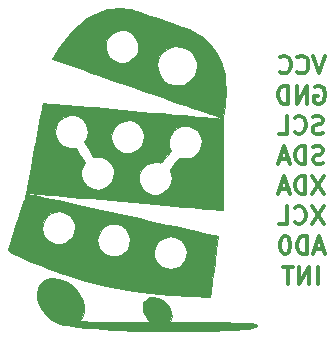
<source format=gbo>
G04 #@! TF.FileFunction,Legend,Bot*
%FSLAX46Y46*%
G04 Gerber Fmt 4.6, Leading zero omitted, Abs format (unit mm)*
G04 Created by KiCad (PCBNEW 4.0.4-stable) date Fri Nov  4 09:48:08 2016*
%MOMM*%
%LPD*%
G01*
G04 APERTURE LIST*
%ADD10C,0.100000*%
%ADD11C,0.300000*%
%ADD12C,0.010000*%
%ADD13C,2.032000*%
%ADD14R,1.727200X2.032000*%
%ADD15O,1.727200X2.032000*%
%ADD16R,2.032000X1.727200*%
%ADD17O,2.032000X1.727200*%
G04 APERTURE END LIST*
D10*
D11*
X179800000Y-113853571D02*
X179300000Y-115353571D01*
X178800000Y-113853571D01*
X177442857Y-115210714D02*
X177514286Y-115282143D01*
X177728572Y-115353571D01*
X177871429Y-115353571D01*
X178085714Y-115282143D01*
X178228572Y-115139286D01*
X178300000Y-114996429D01*
X178371429Y-114710714D01*
X178371429Y-114496429D01*
X178300000Y-114210714D01*
X178228572Y-114067857D01*
X178085714Y-113925000D01*
X177871429Y-113853571D01*
X177728572Y-113853571D01*
X177514286Y-113925000D01*
X177442857Y-113996429D01*
X175942857Y-115210714D02*
X176014286Y-115282143D01*
X176228572Y-115353571D01*
X176371429Y-115353571D01*
X176585714Y-115282143D01*
X176728572Y-115139286D01*
X176800000Y-114996429D01*
X176871429Y-114710714D01*
X176871429Y-114496429D01*
X176800000Y-114210714D01*
X176728572Y-114067857D01*
X176585714Y-113925000D01*
X176371429Y-113853571D01*
X176228572Y-113853571D01*
X176014286Y-113925000D01*
X175942857Y-113996429D01*
X178942857Y-116475000D02*
X179085714Y-116403571D01*
X179300000Y-116403571D01*
X179514285Y-116475000D01*
X179657143Y-116617857D01*
X179728571Y-116760714D01*
X179800000Y-117046429D01*
X179800000Y-117260714D01*
X179728571Y-117546429D01*
X179657143Y-117689286D01*
X179514285Y-117832143D01*
X179300000Y-117903571D01*
X179157143Y-117903571D01*
X178942857Y-117832143D01*
X178871428Y-117760714D01*
X178871428Y-117260714D01*
X179157143Y-117260714D01*
X178228571Y-117903571D02*
X178228571Y-116403571D01*
X177371428Y-117903571D01*
X177371428Y-116403571D01*
X176657142Y-117903571D02*
X176657142Y-116403571D01*
X176299999Y-116403571D01*
X176085714Y-116475000D01*
X175942856Y-116617857D01*
X175871428Y-116760714D01*
X175799999Y-117046429D01*
X175799999Y-117260714D01*
X175871428Y-117546429D01*
X175942856Y-117689286D01*
X176085714Y-117832143D01*
X176299999Y-117903571D01*
X176657142Y-117903571D01*
X179585714Y-120382143D02*
X179371428Y-120453571D01*
X179014285Y-120453571D01*
X178871428Y-120382143D01*
X178799999Y-120310714D01*
X178728571Y-120167857D01*
X178728571Y-120025000D01*
X178799999Y-119882143D01*
X178871428Y-119810714D01*
X179014285Y-119739286D01*
X179299999Y-119667857D01*
X179442857Y-119596429D01*
X179514285Y-119525000D01*
X179585714Y-119382143D01*
X179585714Y-119239286D01*
X179514285Y-119096429D01*
X179442857Y-119025000D01*
X179299999Y-118953571D01*
X178942857Y-118953571D01*
X178728571Y-119025000D01*
X177228571Y-120310714D02*
X177300000Y-120382143D01*
X177514286Y-120453571D01*
X177657143Y-120453571D01*
X177871428Y-120382143D01*
X178014286Y-120239286D01*
X178085714Y-120096429D01*
X178157143Y-119810714D01*
X178157143Y-119596429D01*
X178085714Y-119310714D01*
X178014286Y-119167857D01*
X177871428Y-119025000D01*
X177657143Y-118953571D01*
X177514286Y-118953571D01*
X177300000Y-119025000D01*
X177228571Y-119096429D01*
X175871428Y-120453571D02*
X176585714Y-120453571D01*
X176585714Y-118953571D01*
X179621428Y-122932143D02*
X179407142Y-123003571D01*
X179049999Y-123003571D01*
X178907142Y-122932143D01*
X178835713Y-122860714D01*
X178764285Y-122717857D01*
X178764285Y-122575000D01*
X178835713Y-122432143D01*
X178907142Y-122360714D01*
X179049999Y-122289286D01*
X179335713Y-122217857D01*
X179478571Y-122146429D01*
X179549999Y-122075000D01*
X179621428Y-121932143D01*
X179621428Y-121789286D01*
X179549999Y-121646429D01*
X179478571Y-121575000D01*
X179335713Y-121503571D01*
X178978571Y-121503571D01*
X178764285Y-121575000D01*
X178121428Y-123003571D02*
X178121428Y-121503571D01*
X177764285Y-121503571D01*
X177550000Y-121575000D01*
X177407142Y-121717857D01*
X177335714Y-121860714D01*
X177264285Y-122146429D01*
X177264285Y-122360714D01*
X177335714Y-122646429D01*
X177407142Y-122789286D01*
X177550000Y-122932143D01*
X177764285Y-123003571D01*
X178121428Y-123003571D01*
X176692857Y-122575000D02*
X175978571Y-122575000D01*
X176835714Y-123003571D02*
X176335714Y-121503571D01*
X175835714Y-123003571D01*
X179692856Y-124053571D02*
X178692856Y-125553571D01*
X178692856Y-124053571D02*
X179692856Y-125553571D01*
X178121428Y-125553571D02*
X178121428Y-124053571D01*
X177764285Y-124053571D01*
X177550000Y-124125000D01*
X177407142Y-124267857D01*
X177335714Y-124410714D01*
X177264285Y-124696429D01*
X177264285Y-124910714D01*
X177335714Y-125196429D01*
X177407142Y-125339286D01*
X177550000Y-125482143D01*
X177764285Y-125553571D01*
X178121428Y-125553571D01*
X176692857Y-125125000D02*
X175978571Y-125125000D01*
X176835714Y-125553571D02*
X176335714Y-124053571D01*
X175835714Y-125553571D01*
X179657142Y-126603571D02*
X178657142Y-128103571D01*
X178657142Y-126603571D02*
X179657142Y-128103571D01*
X177228571Y-127960714D02*
X177300000Y-128032143D01*
X177514286Y-128103571D01*
X177657143Y-128103571D01*
X177871428Y-128032143D01*
X178014286Y-127889286D01*
X178085714Y-127746429D01*
X178157143Y-127460714D01*
X178157143Y-127246429D01*
X178085714Y-126960714D01*
X178014286Y-126817857D01*
X177871428Y-126675000D01*
X177657143Y-126603571D01*
X177514286Y-126603571D01*
X177300000Y-126675000D01*
X177228571Y-126746429D01*
X175871428Y-128103571D02*
X176585714Y-128103571D01*
X176585714Y-126603571D01*
X179621428Y-130225000D02*
X178907142Y-130225000D01*
X179764285Y-130653571D02*
X179264285Y-129153571D01*
X178764285Y-130653571D01*
X178264285Y-130653571D02*
X178264285Y-129153571D01*
X177907142Y-129153571D01*
X177692857Y-129225000D01*
X177549999Y-129367857D01*
X177478571Y-129510714D01*
X177407142Y-129796429D01*
X177407142Y-130010714D01*
X177478571Y-130296429D01*
X177549999Y-130439286D01*
X177692857Y-130582143D01*
X177907142Y-130653571D01*
X178264285Y-130653571D01*
X176478571Y-129153571D02*
X176335714Y-129153571D01*
X176192857Y-129225000D01*
X176121428Y-129296429D01*
X176049999Y-129439286D01*
X175978571Y-129725000D01*
X175978571Y-130082143D01*
X176049999Y-130367857D01*
X176121428Y-130510714D01*
X176192857Y-130582143D01*
X176335714Y-130653571D01*
X176478571Y-130653571D01*
X176621428Y-130582143D01*
X176692857Y-130510714D01*
X176764285Y-130367857D01*
X176835714Y-130082143D01*
X176835714Y-129725000D01*
X176764285Y-129439286D01*
X176692857Y-129296429D01*
X176621428Y-129225000D01*
X176478571Y-129153571D01*
X179157143Y-133203571D02*
X179157143Y-131703571D01*
X178442857Y-133203571D02*
X178442857Y-131703571D01*
X177585714Y-133203571D01*
X177585714Y-131703571D01*
X177085714Y-131703571D02*
X176228571Y-131703571D01*
X176657142Y-133203571D02*
X176657142Y-131703571D01*
D12*
G36*
X156278043Y-132753412D02*
X156045591Y-132849953D01*
X155843611Y-132997409D01*
X155600128Y-133279296D01*
X155449269Y-133604858D01*
X155385364Y-133962256D01*
X155402739Y-134339655D01*
X155495722Y-134725215D01*
X155658641Y-135107101D01*
X155885825Y-135473473D01*
X156171600Y-135812496D01*
X156510295Y-136112331D01*
X156896237Y-136361141D01*
X157323754Y-136547089D01*
X157579148Y-136619335D01*
X157924282Y-136686586D01*
X158370982Y-136754181D01*
X158907938Y-136821009D01*
X159523837Y-136885958D01*
X160207366Y-136947918D01*
X160947214Y-137005776D01*
X161732068Y-137058420D01*
X162484000Y-137101285D01*
X162766051Y-137112453D01*
X163147591Y-137122138D01*
X163615228Y-137130345D01*
X164155572Y-137137078D01*
X164755231Y-137142342D01*
X165400815Y-137146143D01*
X166078932Y-137148483D01*
X166776193Y-137149369D01*
X167479206Y-137148805D01*
X168174580Y-137146795D01*
X168848924Y-137143344D01*
X169488848Y-137138458D01*
X170080961Y-137132140D01*
X170611871Y-137124396D01*
X171068188Y-137115230D01*
X171436521Y-137104647D01*
X171599778Y-137098084D01*
X172253519Y-137062637D01*
X172797891Y-137021667D01*
X173236305Y-136974625D01*
X173572171Y-136920962D01*
X173808901Y-136860127D01*
X173949904Y-136791570D01*
X173998591Y-136714742D01*
X173998666Y-136711386D01*
X173954541Y-136605788D01*
X173906035Y-136571643D01*
X173785834Y-136540033D01*
X173597921Y-136512750D01*
X173336806Y-136489601D01*
X172996997Y-136470398D01*
X172573004Y-136454949D01*
X172059336Y-136443064D01*
X171450503Y-136434552D01*
X170741013Y-136429224D01*
X169925377Y-136426888D01*
X169729602Y-136426756D01*
X166674093Y-136425778D01*
X166756936Y-136185889D01*
X166811143Y-135900817D01*
X166777155Y-135596277D01*
X166652328Y-135251977D01*
X166628677Y-135201972D01*
X166435972Y-134899789D01*
X166187690Y-134653223D01*
X165901414Y-134466999D01*
X165594729Y-134345842D01*
X165285220Y-134294476D01*
X164990470Y-134317626D01*
X164728065Y-134420018D01*
X164515588Y-134606376D01*
X164498019Y-134629462D01*
X164385649Y-134872740D01*
X164353227Y-135166488D01*
X164396676Y-135485786D01*
X164511919Y-135805712D01*
X164694879Y-136101348D01*
X164749621Y-136167292D01*
X164977149Y-136425778D01*
X163485745Y-136425778D01*
X162977537Y-136424112D01*
X162397634Y-136419453D01*
X161787178Y-136412309D01*
X161187308Y-136403186D01*
X160639165Y-136392593D01*
X160459880Y-136388455D01*
X158925420Y-136351133D01*
X159032997Y-136233233D01*
X159191070Y-136026529D01*
X159289678Y-135803939D01*
X159339271Y-135532802D01*
X159350695Y-135240445D01*
X159345743Y-134989816D01*
X159324229Y-134801392D01*
X159275281Y-134627745D01*
X159188027Y-134421446D01*
X159139128Y-134317401D01*
X158872806Y-133871713D01*
X158527036Y-133468856D01*
X158126001Y-133133437D01*
X157770889Y-132925027D01*
X157516649Y-132815655D01*
X157288381Y-132751780D01*
X157027218Y-132718689D01*
X156917172Y-132711658D01*
X156558894Y-132709889D01*
X156278043Y-132753412D01*
X156278043Y-132753412D01*
G37*
X156278043Y-132753412D02*
X156045591Y-132849953D01*
X155843611Y-132997409D01*
X155600128Y-133279296D01*
X155449269Y-133604858D01*
X155385364Y-133962256D01*
X155402739Y-134339655D01*
X155495722Y-134725215D01*
X155658641Y-135107101D01*
X155885825Y-135473473D01*
X156171600Y-135812496D01*
X156510295Y-136112331D01*
X156896237Y-136361141D01*
X157323754Y-136547089D01*
X157579148Y-136619335D01*
X157924282Y-136686586D01*
X158370982Y-136754181D01*
X158907938Y-136821009D01*
X159523837Y-136885958D01*
X160207366Y-136947918D01*
X160947214Y-137005776D01*
X161732068Y-137058420D01*
X162484000Y-137101285D01*
X162766051Y-137112453D01*
X163147591Y-137122138D01*
X163615228Y-137130345D01*
X164155572Y-137137078D01*
X164755231Y-137142342D01*
X165400815Y-137146143D01*
X166078932Y-137148483D01*
X166776193Y-137149369D01*
X167479206Y-137148805D01*
X168174580Y-137146795D01*
X168848924Y-137143344D01*
X169488848Y-137138458D01*
X170080961Y-137132140D01*
X170611871Y-137124396D01*
X171068188Y-137115230D01*
X171436521Y-137104647D01*
X171599778Y-137098084D01*
X172253519Y-137062637D01*
X172797891Y-137021667D01*
X173236305Y-136974625D01*
X173572171Y-136920962D01*
X173808901Y-136860127D01*
X173949904Y-136791570D01*
X173998591Y-136714742D01*
X173998666Y-136711386D01*
X173954541Y-136605788D01*
X173906035Y-136571643D01*
X173785834Y-136540033D01*
X173597921Y-136512750D01*
X173336806Y-136489601D01*
X172996997Y-136470398D01*
X172573004Y-136454949D01*
X172059336Y-136443064D01*
X171450503Y-136434552D01*
X170741013Y-136429224D01*
X169925377Y-136426888D01*
X169729602Y-136426756D01*
X166674093Y-136425778D01*
X166756936Y-136185889D01*
X166811143Y-135900817D01*
X166777155Y-135596277D01*
X166652328Y-135251977D01*
X166628677Y-135201972D01*
X166435972Y-134899789D01*
X166187690Y-134653223D01*
X165901414Y-134466999D01*
X165594729Y-134345842D01*
X165285220Y-134294476D01*
X164990470Y-134317626D01*
X164728065Y-134420018D01*
X164515588Y-134606376D01*
X164498019Y-134629462D01*
X164385649Y-134872740D01*
X164353227Y-135166488D01*
X164396676Y-135485786D01*
X164511919Y-135805712D01*
X164694879Y-136101348D01*
X164749621Y-136167292D01*
X164977149Y-136425778D01*
X163485745Y-136425778D01*
X162977537Y-136424112D01*
X162397634Y-136419453D01*
X161787178Y-136412309D01*
X161187308Y-136403186D01*
X160639165Y-136392593D01*
X160459880Y-136388455D01*
X158925420Y-136351133D01*
X159032997Y-136233233D01*
X159191070Y-136026529D01*
X159289678Y-135803939D01*
X159339271Y-135532802D01*
X159350695Y-135240445D01*
X159345743Y-134989816D01*
X159324229Y-134801392D01*
X159275281Y-134627745D01*
X159188027Y-134421446D01*
X159139128Y-134317401D01*
X158872806Y-133871713D01*
X158527036Y-133468856D01*
X158126001Y-133133437D01*
X157770889Y-132925027D01*
X157516649Y-132815655D01*
X157288381Y-132751780D01*
X157027218Y-132718689D01*
X156917172Y-132711658D01*
X156558894Y-132709889D01*
X156278043Y-132753412D01*
G36*
X154477062Y-125584938D02*
X154420500Y-125731405D01*
X154338887Y-125959288D01*
X154236501Y-126255409D01*
X154117620Y-126606590D01*
X153986524Y-126999653D01*
X153847489Y-127421422D01*
X153704796Y-127858719D01*
X153562721Y-128298367D01*
X153425543Y-128727187D01*
X153297542Y-129132002D01*
X153182994Y-129499636D01*
X153086179Y-129816910D01*
X153011374Y-130070647D01*
X152962859Y-130247670D01*
X152944911Y-130334801D01*
X152944889Y-130336076D01*
X152996026Y-130395384D01*
X153141992Y-130488763D01*
X153371616Y-130611445D01*
X153673730Y-130758663D01*
X154037163Y-130925651D01*
X154450745Y-131107641D01*
X154903307Y-131299867D01*
X155383680Y-131497561D01*
X155880692Y-131695957D01*
X156383176Y-131890289D01*
X156879961Y-132075788D01*
X157359877Y-132247689D01*
X157686222Y-132359530D01*
X159465230Y-132907881D01*
X161239680Y-133356623D01*
X163025338Y-133708470D01*
X164837969Y-133966131D01*
X166693338Y-134132320D01*
X168421587Y-134206115D01*
X170041174Y-134241301D01*
X170071011Y-134105873D01*
X170088631Y-134003342D01*
X170117452Y-133808688D01*
X170155714Y-133535665D01*
X170201653Y-133198025D01*
X170253505Y-132809523D01*
X170309510Y-132383912D01*
X170367904Y-131934946D01*
X170426924Y-131476378D01*
X170484808Y-131021963D01*
X170539794Y-130585454D01*
X170553977Y-130471352D01*
X168059703Y-130471352D01*
X168027979Y-130834526D01*
X167900642Y-131181432D01*
X167687672Y-131479917D01*
X167401760Y-131707039D01*
X167063340Y-131849351D01*
X166698094Y-131903466D01*
X166331708Y-131865999D01*
X165989864Y-131733562D01*
X165948596Y-131709211D01*
X165698799Y-131501804D01*
X165485490Y-131225638D01*
X165335460Y-130920303D01*
X165285186Y-130728888D01*
X165279793Y-130362215D01*
X165373429Y-130016662D01*
X165552361Y-129707951D01*
X165799839Y-129454889D01*
X163271743Y-129454889D01*
X163219222Y-129847777D01*
X163067823Y-130197447D01*
X162826794Y-130489400D01*
X162505381Y-130709139D01*
X162457030Y-130732166D01*
X162192606Y-130808378D01*
X161880230Y-130833974D01*
X161572746Y-130808072D01*
X161367409Y-130750355D01*
X161119665Y-130603751D01*
X160878367Y-130387705D01*
X160683074Y-130140695D01*
X160615844Y-130019333D01*
X160541132Y-129775587D01*
X160509963Y-129483053D01*
X160509684Y-129458599D01*
X160557896Y-129085218D01*
X160694776Y-128759384D01*
X160904309Y-128488269D01*
X160953036Y-128449966D01*
X158622632Y-128449966D01*
X158570374Y-128794518D01*
X158426381Y-129117863D01*
X158193862Y-129404067D01*
X157876024Y-129637194D01*
X157742666Y-129704456D01*
X157385011Y-129806431D01*
X157013416Y-129797311D01*
X156779972Y-129736004D01*
X156423507Y-129556510D01*
X156140843Y-129292828D01*
X156008258Y-129100199D01*
X155918948Y-128926912D01*
X155871157Y-128761906D01*
X155853219Y-128555874D01*
X155851778Y-128438889D01*
X155878886Y-128092182D01*
X155969550Y-127810684D01*
X156137780Y-127558168D01*
X156232408Y-127454622D01*
X156545390Y-127207116D01*
X156889351Y-127062357D01*
X157248399Y-127020397D01*
X157606639Y-127081285D01*
X157948179Y-127245072D01*
X158196910Y-127448423D01*
X158439108Y-127760983D01*
X158579946Y-128100142D01*
X158622632Y-128449966D01*
X160953036Y-128449966D01*
X161170477Y-128279045D01*
X161477266Y-128138882D01*
X161808657Y-128074954D01*
X162148636Y-128094431D01*
X162481186Y-128204486D01*
X162790290Y-128412290D01*
X162808874Y-128429063D01*
X163058867Y-128708819D01*
X163208244Y-129007022D01*
X163268985Y-129350222D01*
X163271743Y-129454889D01*
X165799839Y-129454889D01*
X165802859Y-129451801D01*
X166111190Y-129263934D01*
X166463625Y-129160070D01*
X166669147Y-129144445D01*
X167005212Y-129173773D01*
X167285502Y-129272694D01*
X167553816Y-129457610D01*
X167591160Y-129489750D01*
X167840296Y-129778412D01*
X167996810Y-130112463D01*
X168059703Y-130471352D01*
X170553977Y-130471352D01*
X170590118Y-130180604D01*
X170634018Y-129821168D01*
X170669731Y-129520899D01*
X170695495Y-129293551D01*
X170709548Y-129152877D01*
X170711038Y-129111779D01*
X170654325Y-129097131D01*
X170494792Y-129059929D01*
X170239886Y-129001814D01*
X169897050Y-128924433D01*
X169473731Y-128829428D01*
X168977374Y-128718443D01*
X168415423Y-128593124D01*
X167795325Y-128455113D01*
X167124523Y-128306055D01*
X166410464Y-128147593D01*
X165660593Y-127981373D01*
X164882356Y-127809037D01*
X164083196Y-127632230D01*
X163270560Y-127452596D01*
X162451892Y-127271779D01*
X161634639Y-127091423D01*
X160826244Y-126913172D01*
X160034154Y-126738670D01*
X159265814Y-126569561D01*
X158528669Y-126407489D01*
X157830164Y-126254098D01*
X157177744Y-126111033D01*
X156578856Y-125979936D01*
X156040942Y-125862453D01*
X155571451Y-125760227D01*
X155177825Y-125674903D01*
X154867511Y-125608123D01*
X154647954Y-125561533D01*
X154526599Y-125536777D01*
X154504294Y-125533063D01*
X154477062Y-125584938D01*
X154477062Y-125584938D01*
G37*
X154477062Y-125584938D02*
X154420500Y-125731405D01*
X154338887Y-125959288D01*
X154236501Y-126255409D01*
X154117620Y-126606590D01*
X153986524Y-126999653D01*
X153847489Y-127421422D01*
X153704796Y-127858719D01*
X153562721Y-128298367D01*
X153425543Y-128727187D01*
X153297542Y-129132002D01*
X153182994Y-129499636D01*
X153086179Y-129816910D01*
X153011374Y-130070647D01*
X152962859Y-130247670D01*
X152944911Y-130334801D01*
X152944889Y-130336076D01*
X152996026Y-130395384D01*
X153141992Y-130488763D01*
X153371616Y-130611445D01*
X153673730Y-130758663D01*
X154037163Y-130925651D01*
X154450745Y-131107641D01*
X154903307Y-131299867D01*
X155383680Y-131497561D01*
X155880692Y-131695957D01*
X156383176Y-131890289D01*
X156879961Y-132075788D01*
X157359877Y-132247689D01*
X157686222Y-132359530D01*
X159465230Y-132907881D01*
X161239680Y-133356623D01*
X163025338Y-133708470D01*
X164837969Y-133966131D01*
X166693338Y-134132320D01*
X168421587Y-134206115D01*
X170041174Y-134241301D01*
X170071011Y-134105873D01*
X170088631Y-134003342D01*
X170117452Y-133808688D01*
X170155714Y-133535665D01*
X170201653Y-133198025D01*
X170253505Y-132809523D01*
X170309510Y-132383912D01*
X170367904Y-131934946D01*
X170426924Y-131476378D01*
X170484808Y-131021963D01*
X170539794Y-130585454D01*
X170553977Y-130471352D01*
X168059703Y-130471352D01*
X168027979Y-130834526D01*
X167900642Y-131181432D01*
X167687672Y-131479917D01*
X167401760Y-131707039D01*
X167063340Y-131849351D01*
X166698094Y-131903466D01*
X166331708Y-131865999D01*
X165989864Y-131733562D01*
X165948596Y-131709211D01*
X165698799Y-131501804D01*
X165485490Y-131225638D01*
X165335460Y-130920303D01*
X165285186Y-130728888D01*
X165279793Y-130362215D01*
X165373429Y-130016662D01*
X165552361Y-129707951D01*
X165799839Y-129454889D01*
X163271743Y-129454889D01*
X163219222Y-129847777D01*
X163067823Y-130197447D01*
X162826794Y-130489400D01*
X162505381Y-130709139D01*
X162457030Y-130732166D01*
X162192606Y-130808378D01*
X161880230Y-130833974D01*
X161572746Y-130808072D01*
X161367409Y-130750355D01*
X161119665Y-130603751D01*
X160878367Y-130387705D01*
X160683074Y-130140695D01*
X160615844Y-130019333D01*
X160541132Y-129775587D01*
X160509963Y-129483053D01*
X160509684Y-129458599D01*
X160557896Y-129085218D01*
X160694776Y-128759384D01*
X160904309Y-128488269D01*
X160953036Y-128449966D01*
X158622632Y-128449966D01*
X158570374Y-128794518D01*
X158426381Y-129117863D01*
X158193862Y-129404067D01*
X157876024Y-129637194D01*
X157742666Y-129704456D01*
X157385011Y-129806431D01*
X157013416Y-129797311D01*
X156779972Y-129736004D01*
X156423507Y-129556510D01*
X156140843Y-129292828D01*
X156008258Y-129100199D01*
X155918948Y-128926912D01*
X155871157Y-128761906D01*
X155853219Y-128555874D01*
X155851778Y-128438889D01*
X155878886Y-128092182D01*
X155969550Y-127810684D01*
X156137780Y-127558168D01*
X156232408Y-127454622D01*
X156545390Y-127207116D01*
X156889351Y-127062357D01*
X157248399Y-127020397D01*
X157606639Y-127081285D01*
X157948179Y-127245072D01*
X158196910Y-127448423D01*
X158439108Y-127760983D01*
X158579946Y-128100142D01*
X158622632Y-128449966D01*
X160953036Y-128449966D01*
X161170477Y-128279045D01*
X161477266Y-128138882D01*
X161808657Y-128074954D01*
X162148636Y-128094431D01*
X162481186Y-128204486D01*
X162790290Y-128412290D01*
X162808874Y-128429063D01*
X163058867Y-128708819D01*
X163208244Y-129007022D01*
X163268985Y-129350222D01*
X163271743Y-129454889D01*
X165799839Y-129454889D01*
X165802859Y-129451801D01*
X166111190Y-129263934D01*
X166463625Y-129160070D01*
X166669147Y-129144445D01*
X167005212Y-129173773D01*
X167285502Y-129272694D01*
X167553816Y-129457610D01*
X167591160Y-129489750D01*
X167840296Y-129778412D01*
X167996810Y-130112463D01*
X168059703Y-130471352D01*
X170553977Y-130471352D01*
X170590118Y-130180604D01*
X170634018Y-129821168D01*
X170669731Y-129520899D01*
X170695495Y-129293551D01*
X170709548Y-129152877D01*
X170711038Y-129111779D01*
X170654325Y-129097131D01*
X170494792Y-129059929D01*
X170239886Y-129001814D01*
X169897050Y-128924433D01*
X169473731Y-128829428D01*
X168977374Y-128718443D01*
X168415423Y-128593124D01*
X167795325Y-128455113D01*
X167124523Y-128306055D01*
X166410464Y-128147593D01*
X165660593Y-127981373D01*
X164882356Y-127809037D01*
X164083196Y-127632230D01*
X163270560Y-127452596D01*
X162451892Y-127271779D01*
X161634639Y-127091423D01*
X160826244Y-126913172D01*
X160034154Y-126738670D01*
X159265814Y-126569561D01*
X158528669Y-126407489D01*
X157830164Y-126254098D01*
X157177744Y-126111033D01*
X156578856Y-125979936D01*
X156040942Y-125862453D01*
X155571451Y-125760227D01*
X155177825Y-125674903D01*
X154867511Y-125608123D01*
X154647954Y-125561533D01*
X154526599Y-125536777D01*
X154504294Y-125533063D01*
X154477062Y-125584938D01*
G36*
X155891920Y-117881265D02*
X155877535Y-117939427D01*
X155845061Y-118097260D01*
X155796536Y-118343771D01*
X155733995Y-118667968D01*
X155659475Y-119058857D01*
X155575013Y-119505445D01*
X155482646Y-119996740D01*
X155384409Y-120521749D01*
X155282340Y-121069478D01*
X155178475Y-121628934D01*
X155074851Y-122189125D01*
X154973504Y-122739058D01*
X154876471Y-123267739D01*
X154785789Y-123764177D01*
X154703494Y-124217376D01*
X154631622Y-124616346D01*
X154572211Y-124950092D01*
X154527296Y-125207622D01*
X154498915Y-125377943D01*
X154489104Y-125450062D01*
X154489387Y-125451750D01*
X154545481Y-125457134D01*
X154707759Y-125471874D01*
X154969953Y-125495413D01*
X155325793Y-125527195D01*
X155769010Y-125566664D01*
X156293336Y-125613265D01*
X156892502Y-125666440D01*
X157560239Y-125725634D01*
X158290278Y-125790292D01*
X159076350Y-125859856D01*
X159912186Y-125933771D01*
X160791519Y-126011481D01*
X161708077Y-126092430D01*
X162625111Y-126173372D01*
X163575198Y-126257292D01*
X164496269Y-126338819D01*
X165381873Y-126417372D01*
X166225559Y-126492372D01*
X167020876Y-126563241D01*
X167761374Y-126629400D01*
X168440601Y-126690269D01*
X169052106Y-126745269D01*
X169589439Y-126793822D01*
X170046149Y-126835348D01*
X170415784Y-126869268D01*
X170691895Y-126895003D01*
X170868029Y-126911975D01*
X170936555Y-126919402D01*
X171120000Y-126948227D01*
X171120000Y-121087326D01*
X169347981Y-121087326D01*
X169321377Y-121428253D01*
X169208103Y-121755951D01*
X169008213Y-122053372D01*
X168721758Y-122303466D01*
X168578968Y-122388544D01*
X168408510Y-122472567D01*
X168268395Y-122518507D01*
X168114910Y-122534286D01*
X167904342Y-122527825D01*
X167834465Y-122523455D01*
X167399375Y-122494998D01*
X167001908Y-122983388D01*
X166804254Y-123238402D01*
X166682290Y-123424111D01*
X166638455Y-123536644D01*
X166641273Y-123556445D01*
X166675158Y-123655684D01*
X166723661Y-123822195D01*
X166760237Y-123958548D01*
X166804580Y-124157418D01*
X166812060Y-124311087D01*
X166781662Y-124479072D01*
X166749375Y-124595882D01*
X166589037Y-124951848D01*
X166338235Y-125254189D01*
X166014247Y-125482966D01*
X165955333Y-125512084D01*
X165601666Y-125624221D01*
X165243797Y-125627593D01*
X164960338Y-125558647D01*
X164617379Y-125389378D01*
X164350003Y-125152202D01*
X164159675Y-124864362D01*
X164047862Y-124543104D01*
X164016029Y-124205670D01*
X164065643Y-123869305D01*
X164101929Y-123782222D01*
X161917076Y-123782222D01*
X161867136Y-124160199D01*
X161727604Y-124494169D01*
X161513908Y-124774006D01*
X161241480Y-124989582D01*
X160925750Y-125130772D01*
X160582148Y-125187448D01*
X160226104Y-125149486D01*
X159972222Y-125058583D01*
X159638682Y-124846172D01*
X159384433Y-124571805D01*
X159215570Y-124252502D01*
X159138189Y-123905282D01*
X159158387Y-123547164D01*
X159282259Y-123195166D01*
X159295697Y-123169858D01*
X159448905Y-122888363D01*
X159061453Y-122266702D01*
X158674000Y-121645041D01*
X158469454Y-121675485D01*
X158201485Y-121671032D01*
X157901520Y-121596558D01*
X157612453Y-121466513D01*
X157397579Y-121314373D01*
X157146774Y-121039296D01*
X156995872Y-120746666D01*
X156932332Y-120408905D01*
X156928398Y-120282667D01*
X156978170Y-119886767D01*
X157126678Y-119545187D01*
X157372704Y-119259771D01*
X157715035Y-119032361D01*
X157770889Y-119005112D01*
X158133310Y-118893276D01*
X158498653Y-118890129D01*
X158852328Y-118992836D01*
X159179744Y-119198562D01*
X159291602Y-119300514D01*
X159531497Y-119613465D01*
X159670074Y-119961783D01*
X159704940Y-120328938D01*
X159633702Y-120698397D01*
X159528062Y-120934290D01*
X159390192Y-121180965D01*
X159776965Y-121790149D01*
X160163739Y-122399333D01*
X160491314Y-122402997D01*
X160883578Y-122457528D01*
X161231860Y-122603275D01*
X161522699Y-122827219D01*
X161742636Y-123116341D01*
X161878213Y-123457620D01*
X161917076Y-123782222D01*
X164101929Y-123782222D01*
X164198170Y-123551253D01*
X164415076Y-123268757D01*
X164717826Y-123039061D01*
X164744850Y-123023998D01*
X165062650Y-122902344D01*
X165409532Y-122854060D01*
X165737213Y-122885281D01*
X165769828Y-122893780D01*
X165840449Y-122905854D01*
X165907690Y-122889552D01*
X165988043Y-122831455D01*
X166097999Y-122718145D01*
X166254049Y-122536206D01*
X166347557Y-122423712D01*
X166772124Y-121910752D01*
X166675663Y-121731709D01*
X166604132Y-121513619D01*
X166575769Y-121235099D01*
X166589698Y-120939664D01*
X166637801Y-120706000D01*
X164457076Y-120706000D01*
X164405865Y-121099474D01*
X164260197Y-121443292D01*
X164032019Y-121725505D01*
X163733277Y-121934167D01*
X163375920Y-122057332D01*
X163076666Y-122086410D01*
X162782720Y-122061126D01*
X162532095Y-121992443D01*
X162510969Y-121983277D01*
X162180079Y-121774352D01*
X161927552Y-121490893D01*
X161763002Y-121147908D01*
X161696045Y-120760407D01*
X161695017Y-120709710D01*
X161740511Y-120334193D01*
X161884110Y-120005841D01*
X162132014Y-119711259D01*
X162174943Y-119672349D01*
X162501924Y-119453121D01*
X162855311Y-119338498D01*
X163219308Y-119328381D01*
X163578116Y-119422673D01*
X163915939Y-119621276D01*
X163991217Y-119683639D01*
X164243965Y-119959281D01*
X164394866Y-120261262D01*
X164454945Y-120613772D01*
X164457076Y-120706000D01*
X166637801Y-120706000D01*
X166645042Y-120670828D01*
X166699729Y-120536667D01*
X166927019Y-120219120D01*
X167217628Y-119982345D01*
X167552940Y-119832305D01*
X167914344Y-119774960D01*
X168283225Y-119816272D01*
X168586634Y-119932301D01*
X168907241Y-120155658D01*
X169140966Y-120433980D01*
X169287862Y-120750219D01*
X169347981Y-121087326D01*
X171120000Y-121087326D01*
X171120000Y-119215338D01*
X170936555Y-119185275D01*
X170853431Y-119175847D01*
X170666417Y-119157364D01*
X170384085Y-119130605D01*
X170015004Y-119096349D01*
X169567745Y-119055376D01*
X169050878Y-119008463D01*
X168472975Y-118956390D01*
X167842605Y-118899936D01*
X167168338Y-118839879D01*
X166458747Y-118776999D01*
X165955333Y-118732577D01*
X165150490Y-118661643D01*
X164319645Y-118588350D01*
X163478077Y-118514050D01*
X162641064Y-118440095D01*
X161823886Y-118367836D01*
X161041821Y-118298625D01*
X160310148Y-118233814D01*
X159644145Y-118174753D01*
X159059091Y-118122796D01*
X158570265Y-118079292D01*
X158543440Y-118076901D01*
X158011839Y-118030360D01*
X157514928Y-117988497D01*
X157063953Y-117952140D01*
X156670158Y-117922120D01*
X156344787Y-117899266D01*
X156099086Y-117884408D01*
X155944299Y-117878375D01*
X155891920Y-117881265D01*
X155891920Y-117881265D01*
G37*
X155891920Y-117881265D02*
X155877535Y-117939427D01*
X155845061Y-118097260D01*
X155796536Y-118343771D01*
X155733995Y-118667968D01*
X155659475Y-119058857D01*
X155575013Y-119505445D01*
X155482646Y-119996740D01*
X155384409Y-120521749D01*
X155282340Y-121069478D01*
X155178475Y-121628934D01*
X155074851Y-122189125D01*
X154973504Y-122739058D01*
X154876471Y-123267739D01*
X154785789Y-123764177D01*
X154703494Y-124217376D01*
X154631622Y-124616346D01*
X154572211Y-124950092D01*
X154527296Y-125207622D01*
X154498915Y-125377943D01*
X154489104Y-125450062D01*
X154489387Y-125451750D01*
X154545481Y-125457134D01*
X154707759Y-125471874D01*
X154969953Y-125495413D01*
X155325793Y-125527195D01*
X155769010Y-125566664D01*
X156293336Y-125613265D01*
X156892502Y-125666440D01*
X157560239Y-125725634D01*
X158290278Y-125790292D01*
X159076350Y-125859856D01*
X159912186Y-125933771D01*
X160791519Y-126011481D01*
X161708077Y-126092430D01*
X162625111Y-126173372D01*
X163575198Y-126257292D01*
X164496269Y-126338819D01*
X165381873Y-126417372D01*
X166225559Y-126492372D01*
X167020876Y-126563241D01*
X167761374Y-126629400D01*
X168440601Y-126690269D01*
X169052106Y-126745269D01*
X169589439Y-126793822D01*
X170046149Y-126835348D01*
X170415784Y-126869268D01*
X170691895Y-126895003D01*
X170868029Y-126911975D01*
X170936555Y-126919402D01*
X171120000Y-126948227D01*
X171120000Y-121087326D01*
X169347981Y-121087326D01*
X169321377Y-121428253D01*
X169208103Y-121755951D01*
X169008213Y-122053372D01*
X168721758Y-122303466D01*
X168578968Y-122388544D01*
X168408510Y-122472567D01*
X168268395Y-122518507D01*
X168114910Y-122534286D01*
X167904342Y-122527825D01*
X167834465Y-122523455D01*
X167399375Y-122494998D01*
X167001908Y-122983388D01*
X166804254Y-123238402D01*
X166682290Y-123424111D01*
X166638455Y-123536644D01*
X166641273Y-123556445D01*
X166675158Y-123655684D01*
X166723661Y-123822195D01*
X166760237Y-123958548D01*
X166804580Y-124157418D01*
X166812060Y-124311087D01*
X166781662Y-124479072D01*
X166749375Y-124595882D01*
X166589037Y-124951848D01*
X166338235Y-125254189D01*
X166014247Y-125482966D01*
X165955333Y-125512084D01*
X165601666Y-125624221D01*
X165243797Y-125627593D01*
X164960338Y-125558647D01*
X164617379Y-125389378D01*
X164350003Y-125152202D01*
X164159675Y-124864362D01*
X164047862Y-124543104D01*
X164016029Y-124205670D01*
X164065643Y-123869305D01*
X164101929Y-123782222D01*
X161917076Y-123782222D01*
X161867136Y-124160199D01*
X161727604Y-124494169D01*
X161513908Y-124774006D01*
X161241480Y-124989582D01*
X160925750Y-125130772D01*
X160582148Y-125187448D01*
X160226104Y-125149486D01*
X159972222Y-125058583D01*
X159638682Y-124846172D01*
X159384433Y-124571805D01*
X159215570Y-124252502D01*
X159138189Y-123905282D01*
X159158387Y-123547164D01*
X159282259Y-123195166D01*
X159295697Y-123169858D01*
X159448905Y-122888363D01*
X159061453Y-122266702D01*
X158674000Y-121645041D01*
X158469454Y-121675485D01*
X158201485Y-121671032D01*
X157901520Y-121596558D01*
X157612453Y-121466513D01*
X157397579Y-121314373D01*
X157146774Y-121039296D01*
X156995872Y-120746666D01*
X156932332Y-120408905D01*
X156928398Y-120282667D01*
X156978170Y-119886767D01*
X157126678Y-119545187D01*
X157372704Y-119259771D01*
X157715035Y-119032361D01*
X157770889Y-119005112D01*
X158133310Y-118893276D01*
X158498653Y-118890129D01*
X158852328Y-118992836D01*
X159179744Y-119198562D01*
X159291602Y-119300514D01*
X159531497Y-119613465D01*
X159670074Y-119961783D01*
X159704940Y-120328938D01*
X159633702Y-120698397D01*
X159528062Y-120934290D01*
X159390192Y-121180965D01*
X159776965Y-121790149D01*
X160163739Y-122399333D01*
X160491314Y-122402997D01*
X160883578Y-122457528D01*
X161231860Y-122603275D01*
X161522699Y-122827219D01*
X161742636Y-123116341D01*
X161878213Y-123457620D01*
X161917076Y-123782222D01*
X164101929Y-123782222D01*
X164198170Y-123551253D01*
X164415076Y-123268757D01*
X164717826Y-123039061D01*
X164744850Y-123023998D01*
X165062650Y-122902344D01*
X165409532Y-122854060D01*
X165737213Y-122885281D01*
X165769828Y-122893780D01*
X165840449Y-122905854D01*
X165907690Y-122889552D01*
X165988043Y-122831455D01*
X166097999Y-122718145D01*
X166254049Y-122536206D01*
X166347557Y-122423712D01*
X166772124Y-121910752D01*
X166675663Y-121731709D01*
X166604132Y-121513619D01*
X166575769Y-121235099D01*
X166589698Y-120939664D01*
X166637801Y-120706000D01*
X164457076Y-120706000D01*
X164405865Y-121099474D01*
X164260197Y-121443292D01*
X164032019Y-121725505D01*
X163733277Y-121934167D01*
X163375920Y-122057332D01*
X163076666Y-122086410D01*
X162782720Y-122061126D01*
X162532095Y-121992443D01*
X162510969Y-121983277D01*
X162180079Y-121774352D01*
X161927552Y-121490893D01*
X161763002Y-121147908D01*
X161696045Y-120760407D01*
X161695017Y-120709710D01*
X161740511Y-120334193D01*
X161884110Y-120005841D01*
X162132014Y-119711259D01*
X162174943Y-119672349D01*
X162501924Y-119453121D01*
X162855311Y-119338498D01*
X163219308Y-119328381D01*
X163578116Y-119422673D01*
X163915939Y-119621276D01*
X163991217Y-119683639D01*
X164243965Y-119959281D01*
X164394866Y-120261262D01*
X164454945Y-120613772D01*
X164457076Y-120706000D01*
X166637801Y-120706000D01*
X166645042Y-120670828D01*
X166699729Y-120536667D01*
X166927019Y-120219120D01*
X167217628Y-119982345D01*
X167552940Y-119832305D01*
X167914344Y-119774960D01*
X168283225Y-119816272D01*
X168586634Y-119932301D01*
X168907241Y-120155658D01*
X169140966Y-120433980D01*
X169287862Y-120750219D01*
X169347981Y-121087326D01*
X171120000Y-121087326D01*
X171120000Y-119215338D01*
X170936555Y-119185275D01*
X170853431Y-119175847D01*
X170666417Y-119157364D01*
X170384085Y-119130605D01*
X170015004Y-119096349D01*
X169567745Y-119055376D01*
X169050878Y-119008463D01*
X168472975Y-118956390D01*
X167842605Y-118899936D01*
X167168338Y-118839879D01*
X166458747Y-118776999D01*
X165955333Y-118732577D01*
X165150490Y-118661643D01*
X164319645Y-118588350D01*
X163478077Y-118514050D01*
X162641064Y-118440095D01*
X161823886Y-118367836D01*
X161041821Y-118298625D01*
X160310148Y-118233814D01*
X159644145Y-118174753D01*
X159059091Y-118122796D01*
X158570265Y-118079292D01*
X158543440Y-118076901D01*
X158011839Y-118030360D01*
X157514928Y-117988497D01*
X157063953Y-117952140D01*
X156670158Y-117922120D01*
X156344787Y-117899266D01*
X156099086Y-117884408D01*
X155944299Y-117878375D01*
X155891920Y-117881265D01*
G36*
X161779854Y-109865681D02*
X161432802Y-109910732D01*
X161355111Y-109926936D01*
X160714594Y-110121131D01*
X160100586Y-110404005D01*
X159502942Y-110781783D01*
X158911516Y-111260688D01*
X158443109Y-111713487D01*
X157750196Y-112500431D01*
X157158324Y-113326043D01*
X156832110Y-113873677D01*
X156677708Y-114153353D01*
X159425632Y-115102740D01*
X159937497Y-115279581D01*
X160540203Y-115487800D01*
X161217887Y-115721917D01*
X161954690Y-115976453D01*
X162734747Y-116245927D01*
X163542198Y-116524861D01*
X164361181Y-116807775D01*
X165175833Y-117089189D01*
X165970293Y-117363625D01*
X166604444Y-117582680D01*
X167283546Y-117817280D01*
X167932401Y-118041470D01*
X168543022Y-118252486D01*
X169107421Y-118447568D01*
X169617611Y-118623953D01*
X170065601Y-118778877D01*
X170443406Y-118909580D01*
X170743037Y-119013299D01*
X170956505Y-119087271D01*
X171075822Y-119128735D01*
X171098660Y-119136771D01*
X171137716Y-119094310D01*
X171184093Y-118944268D01*
X171236442Y-118691616D01*
X171265461Y-118522043D01*
X171317467Y-118108434D01*
X171352229Y-117634754D01*
X171369679Y-117130213D01*
X171369750Y-116624025D01*
X171352374Y-116145400D01*
X171317484Y-115723550D01*
X171272627Y-115424433D01*
X171068680Y-114640619D01*
X171048576Y-114590645D01*
X168915177Y-114590645D01*
X168906698Y-114799484D01*
X168857093Y-115182598D01*
X168761495Y-115463020D01*
X168610009Y-115684768D01*
X168392691Y-115914054D01*
X168145324Y-116118778D01*
X167903692Y-116266839D01*
X167830724Y-116298010D01*
X167562118Y-116358193D01*
X167241018Y-116373030D01*
X166912910Y-116344940D01*
X166623279Y-116276340D01*
X166507166Y-116227635D01*
X166157983Y-115990263D01*
X165888838Y-115689017D01*
X165702513Y-115341040D01*
X165601789Y-114963477D01*
X165589445Y-114573474D01*
X165668264Y-114188174D01*
X165841025Y-113824722D01*
X166070989Y-113538551D01*
X166403102Y-113278954D01*
X166745482Y-113127751D01*
X163986622Y-113127751D01*
X163913885Y-113498741D01*
X163834262Y-113685904D01*
X163702054Y-113878995D01*
X163510204Y-114079765D01*
X163294284Y-114256472D01*
X163089864Y-114377374D01*
X163036305Y-114397951D01*
X162740706Y-114452389D01*
X162417757Y-114448847D01*
X162131107Y-114388357D01*
X161792711Y-114211731D01*
X161520285Y-113957343D01*
X161323881Y-113644417D01*
X161213550Y-113292176D01*
X161199344Y-112919843D01*
X161242687Y-112689227D01*
X161340831Y-112464278D01*
X161502157Y-112226529D01*
X161560401Y-112157987D01*
X161866752Y-111891258D01*
X162204218Y-111727434D01*
X162558222Y-111666968D01*
X162914189Y-111710317D01*
X163257541Y-111857936D01*
X163559132Y-112095534D01*
X163807158Y-112414079D01*
X163950351Y-112762175D01*
X163986622Y-113127751D01*
X166745482Y-113127751D01*
X166769499Y-113117145D01*
X167153875Y-113049994D01*
X167539924Y-113074372D01*
X167911340Y-113187147D01*
X168251818Y-113385191D01*
X168545051Y-113665373D01*
X168774733Y-114024564D01*
X168791806Y-114060825D01*
X168866605Y-114242808D01*
X168905296Y-114403777D01*
X168915177Y-114590645D01*
X171048576Y-114590645D01*
X170783734Y-113932319D01*
X170419236Y-113301430D01*
X169976633Y-112749852D01*
X169457372Y-112279482D01*
X168862898Y-111892217D01*
X168416259Y-111677243D01*
X168238877Y-111606954D01*
X167975704Y-111508559D01*
X167641146Y-111387011D01*
X167249608Y-111247263D01*
X166815496Y-111094268D01*
X166353214Y-110932980D01*
X165877168Y-110768354D01*
X165401765Y-110605341D01*
X164941408Y-110448897D01*
X164510503Y-110303973D01*
X164123456Y-110175524D01*
X163794672Y-110068504D01*
X163538557Y-109987866D01*
X163369516Y-109938563D01*
X163334788Y-109929898D01*
X163003527Y-109877303D01*
X162606456Y-109849028D01*
X162184818Y-109845133D01*
X161779854Y-109865681D01*
X161779854Y-109865681D01*
G37*
X161779854Y-109865681D02*
X161432802Y-109910732D01*
X161355111Y-109926936D01*
X160714594Y-110121131D01*
X160100586Y-110404005D01*
X159502942Y-110781783D01*
X158911516Y-111260688D01*
X158443109Y-111713487D01*
X157750196Y-112500431D01*
X157158324Y-113326043D01*
X156832110Y-113873677D01*
X156677708Y-114153353D01*
X159425632Y-115102740D01*
X159937497Y-115279581D01*
X160540203Y-115487800D01*
X161217887Y-115721917D01*
X161954690Y-115976453D01*
X162734747Y-116245927D01*
X163542198Y-116524861D01*
X164361181Y-116807775D01*
X165175833Y-117089189D01*
X165970293Y-117363625D01*
X166604444Y-117582680D01*
X167283546Y-117817280D01*
X167932401Y-118041470D01*
X168543022Y-118252486D01*
X169107421Y-118447568D01*
X169617611Y-118623953D01*
X170065601Y-118778877D01*
X170443406Y-118909580D01*
X170743037Y-119013299D01*
X170956505Y-119087271D01*
X171075822Y-119128735D01*
X171098660Y-119136771D01*
X171137716Y-119094310D01*
X171184093Y-118944268D01*
X171236442Y-118691616D01*
X171265461Y-118522043D01*
X171317467Y-118108434D01*
X171352229Y-117634754D01*
X171369679Y-117130213D01*
X171369750Y-116624025D01*
X171352374Y-116145400D01*
X171317484Y-115723550D01*
X171272627Y-115424433D01*
X171068680Y-114640619D01*
X171048576Y-114590645D01*
X168915177Y-114590645D01*
X168906698Y-114799484D01*
X168857093Y-115182598D01*
X168761495Y-115463020D01*
X168610009Y-115684768D01*
X168392691Y-115914054D01*
X168145324Y-116118778D01*
X167903692Y-116266839D01*
X167830724Y-116298010D01*
X167562118Y-116358193D01*
X167241018Y-116373030D01*
X166912910Y-116344940D01*
X166623279Y-116276340D01*
X166507166Y-116227635D01*
X166157983Y-115990263D01*
X165888838Y-115689017D01*
X165702513Y-115341040D01*
X165601789Y-114963477D01*
X165589445Y-114573474D01*
X165668264Y-114188174D01*
X165841025Y-113824722D01*
X166070989Y-113538551D01*
X166403102Y-113278954D01*
X166745482Y-113127751D01*
X163986622Y-113127751D01*
X163913885Y-113498741D01*
X163834262Y-113685904D01*
X163702054Y-113878995D01*
X163510204Y-114079765D01*
X163294284Y-114256472D01*
X163089864Y-114377374D01*
X163036305Y-114397951D01*
X162740706Y-114452389D01*
X162417757Y-114448847D01*
X162131107Y-114388357D01*
X161792711Y-114211731D01*
X161520285Y-113957343D01*
X161323881Y-113644417D01*
X161213550Y-113292176D01*
X161199344Y-112919843D01*
X161242687Y-112689227D01*
X161340831Y-112464278D01*
X161502157Y-112226529D01*
X161560401Y-112157987D01*
X161866752Y-111891258D01*
X162204218Y-111727434D01*
X162558222Y-111666968D01*
X162914189Y-111710317D01*
X163257541Y-111857936D01*
X163559132Y-112095534D01*
X163807158Y-112414079D01*
X163950351Y-112762175D01*
X163986622Y-113127751D01*
X166745482Y-113127751D01*
X166769499Y-113117145D01*
X167153875Y-113049994D01*
X167539924Y-113074372D01*
X167911340Y-113187147D01*
X168251818Y-113385191D01*
X168545051Y-113665373D01*
X168774733Y-114024564D01*
X168791806Y-114060825D01*
X168866605Y-114242808D01*
X168905296Y-114403777D01*
X168915177Y-114590645D01*
X171048576Y-114590645D01*
X170783734Y-113932319D01*
X170419236Y-113301430D01*
X169976633Y-112749852D01*
X169457372Y-112279482D01*
X168862898Y-111892217D01*
X168416259Y-111677243D01*
X168238877Y-111606954D01*
X167975704Y-111508559D01*
X167641146Y-111387011D01*
X167249608Y-111247263D01*
X166815496Y-111094268D01*
X166353214Y-110932980D01*
X165877168Y-110768354D01*
X165401765Y-110605341D01*
X164941408Y-110448897D01*
X164510503Y-110303973D01*
X164123456Y-110175524D01*
X163794672Y-110068504D01*
X163538557Y-109987866D01*
X163369516Y-109938563D01*
X163334788Y-109929898D01*
X163003527Y-109877303D01*
X162606456Y-109849028D01*
X162184818Y-109845133D01*
X161779854Y-109865681D01*
%LPC*%
D13*
X171000000Y-142000000D03*
X173540000Y-142000000D03*
X176080000Y-142000000D03*
D14*
X166000000Y-142000000D03*
D15*
X163460000Y-142000000D03*
X160920000Y-142000000D03*
D14*
X166080000Y-105000000D03*
D15*
X163540000Y-105000000D03*
X161000000Y-105000000D03*
D13*
X150960000Y-142000000D03*
X153500000Y-142000000D03*
X156040000Y-142000000D03*
X150960000Y-105000000D03*
X153500000Y-105000000D03*
X156040000Y-105000000D03*
X170960000Y-105000000D03*
X173500000Y-105000000D03*
X176040000Y-105000000D03*
D16*
X145000000Y-114610000D03*
D17*
X145000000Y-117150000D03*
X145000000Y-119690000D03*
X145000000Y-122230000D03*
X145000000Y-124770000D03*
X145000000Y-127310000D03*
X145000000Y-129850000D03*
X145000000Y-132390000D03*
D16*
X182000000Y-132350000D03*
D17*
X182000000Y-129810000D03*
X182000000Y-127270000D03*
X182000000Y-124730000D03*
X182000000Y-122190000D03*
X182000000Y-119650000D03*
X182000000Y-117110000D03*
X182000000Y-114570000D03*
M02*

</source>
